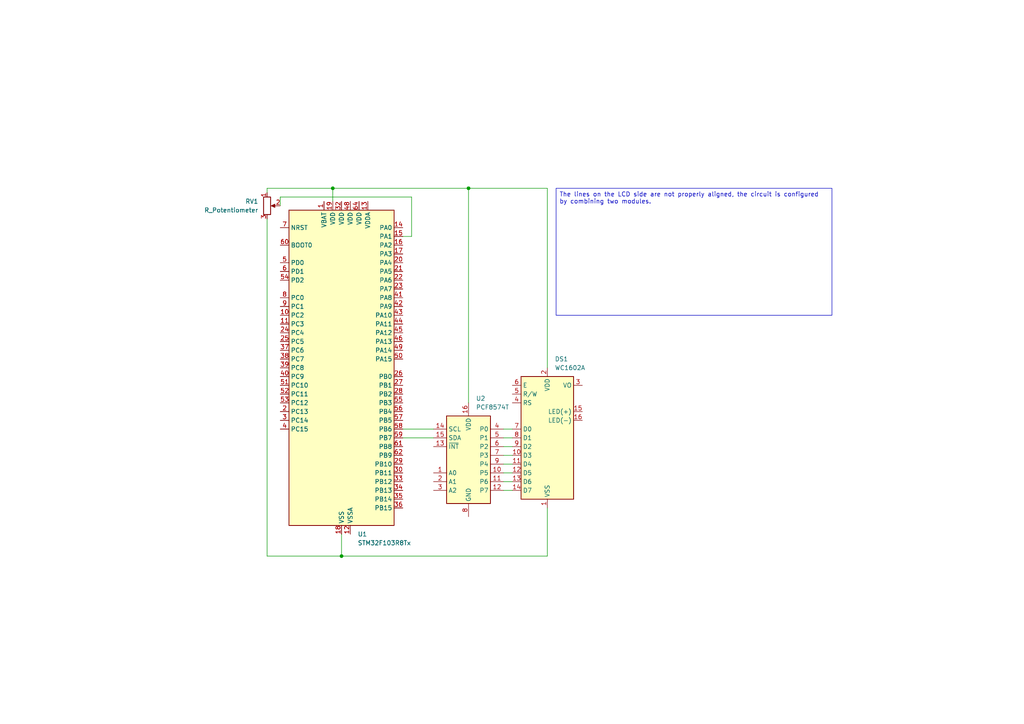
<source format=kicad_sch>
(kicad_sch
	(version 20250114)
	(generator "eeschema")
	(generator_version "9.0")
	(uuid "79974295-d777-44d5-9fb7-f0fb39c6a79e")
	(paper "A4")
	(lib_symbols
		(symbol "Device:R_Potentiometer"
			(pin_names
				(offset 1.016)
				(hide yes)
			)
			(exclude_from_sim no)
			(in_bom yes)
			(on_board yes)
			(property "Reference" "RV"
				(at -4.445 0 90)
				(effects
					(font
						(size 1.27 1.27)
					)
				)
			)
			(property "Value" "R_Potentiometer"
				(at -2.54 0 90)
				(effects
					(font
						(size 1.27 1.27)
					)
				)
			)
			(property "Footprint" ""
				(at 0 0 0)
				(effects
					(font
						(size 1.27 1.27)
					)
					(hide yes)
				)
			)
			(property "Datasheet" "~"
				(at 0 0 0)
				(effects
					(font
						(size 1.27 1.27)
					)
					(hide yes)
				)
			)
			(property "Description" "Potentiometer"
				(at 0 0 0)
				(effects
					(font
						(size 1.27 1.27)
					)
					(hide yes)
				)
			)
			(property "ki_keywords" "resistor variable"
				(at 0 0 0)
				(effects
					(font
						(size 1.27 1.27)
					)
					(hide yes)
				)
			)
			(property "ki_fp_filters" "Potentiometer*"
				(at 0 0 0)
				(effects
					(font
						(size 1.27 1.27)
					)
					(hide yes)
				)
			)
			(symbol "R_Potentiometer_0_1"
				(rectangle
					(start 1.016 2.54)
					(end -1.016 -2.54)
					(stroke
						(width 0.254)
						(type default)
					)
					(fill
						(type none)
					)
				)
				(polyline
					(pts
						(xy 1.143 0) (xy 2.286 0.508) (xy 2.286 -0.508) (xy 1.143 0)
					)
					(stroke
						(width 0)
						(type default)
					)
					(fill
						(type outline)
					)
				)
				(polyline
					(pts
						(xy 2.54 0) (xy 1.524 0)
					)
					(stroke
						(width 0)
						(type default)
					)
					(fill
						(type none)
					)
				)
			)
			(symbol "R_Potentiometer_1_1"
				(pin passive line
					(at 0 3.81 270)
					(length 1.27)
					(name "1"
						(effects
							(font
								(size 1.27 1.27)
							)
						)
					)
					(number "1"
						(effects
							(font
								(size 1.27 1.27)
							)
						)
					)
				)
				(pin passive line
					(at 0 -3.81 90)
					(length 1.27)
					(name "3"
						(effects
							(font
								(size 1.27 1.27)
							)
						)
					)
					(number "3"
						(effects
							(font
								(size 1.27 1.27)
							)
						)
					)
				)
				(pin passive line
					(at 3.81 0 180)
					(length 1.27)
					(name "2"
						(effects
							(font
								(size 1.27 1.27)
							)
						)
					)
					(number "2"
						(effects
							(font
								(size 1.27 1.27)
							)
						)
					)
				)
			)
			(embedded_fonts no)
		)
		(symbol "Display_Character:WC1602A"
			(exclude_from_sim no)
			(in_bom yes)
			(on_board yes)
			(property "Reference" "DS"
				(at -5.842 19.05 0)
				(effects
					(font
						(size 1.27 1.27)
					)
				)
			)
			(property "Value" "WC1602A"
				(at 5.334 19.05 0)
				(effects
					(font
						(size 1.27 1.27)
					)
				)
			)
			(property "Footprint" "Display:WC1602A"
				(at 0 -22.86 0)
				(effects
					(font
						(size 1.27 1.27)
						(italic yes)
					)
					(hide yes)
				)
			)
			(property "Datasheet" "http://www.wincomlcd.com/pdf/WC1602A-SFYLYHTC06.pdf"
				(at 17.78 0 0)
				(effects
					(font
						(size 1.27 1.27)
					)
					(hide yes)
				)
			)
			(property "Description" "LCD 16x2 Alphanumeric , 8 bit parallel bus, 5V VDD"
				(at 0 0 0)
				(effects
					(font
						(size 1.27 1.27)
					)
					(hide yes)
				)
			)
			(property "ki_keywords" "display LCD dot-matrix"
				(at 0 0 0)
				(effects
					(font
						(size 1.27 1.27)
					)
					(hide yes)
				)
			)
			(property "ki_fp_filters" "*WC*1602A*"
				(at 0 0 0)
				(effects
					(font
						(size 1.27 1.27)
					)
					(hide yes)
				)
			)
			(symbol "WC1602A_1_1"
				(rectangle
					(start -7.62 17.78)
					(end 7.62 -17.78)
					(stroke
						(width 0.254)
						(type default)
					)
					(fill
						(type background)
					)
				)
				(pin input line
					(at -10.16 15.24 0)
					(length 2.54)
					(name "E"
						(effects
							(font
								(size 1.27 1.27)
							)
						)
					)
					(number "6"
						(effects
							(font
								(size 1.27 1.27)
							)
						)
					)
				)
				(pin input line
					(at -10.16 12.7 0)
					(length 2.54)
					(name "R/W"
						(effects
							(font
								(size 1.27 1.27)
							)
						)
					)
					(number "5"
						(effects
							(font
								(size 1.27 1.27)
							)
						)
					)
				)
				(pin input line
					(at -10.16 10.16 0)
					(length 2.54)
					(name "RS"
						(effects
							(font
								(size 1.27 1.27)
							)
						)
					)
					(number "4"
						(effects
							(font
								(size 1.27 1.27)
							)
						)
					)
				)
				(pin input line
					(at -10.16 2.54 0)
					(length 2.54)
					(name "D0"
						(effects
							(font
								(size 1.27 1.27)
							)
						)
					)
					(number "7"
						(effects
							(font
								(size 1.27 1.27)
							)
						)
					)
				)
				(pin input line
					(at -10.16 0 0)
					(length 2.54)
					(name "D1"
						(effects
							(font
								(size 1.27 1.27)
							)
						)
					)
					(number "8"
						(effects
							(font
								(size 1.27 1.27)
							)
						)
					)
				)
				(pin input line
					(at -10.16 -2.54 0)
					(length 2.54)
					(name "D2"
						(effects
							(font
								(size 1.27 1.27)
							)
						)
					)
					(number "9"
						(effects
							(font
								(size 1.27 1.27)
							)
						)
					)
				)
				(pin input line
					(at -10.16 -5.08 0)
					(length 2.54)
					(name "D3"
						(effects
							(font
								(size 1.27 1.27)
							)
						)
					)
					(number "10"
						(effects
							(font
								(size 1.27 1.27)
							)
						)
					)
				)
				(pin input line
					(at -10.16 -7.62 0)
					(length 2.54)
					(name "D4"
						(effects
							(font
								(size 1.27 1.27)
							)
						)
					)
					(number "11"
						(effects
							(font
								(size 1.27 1.27)
							)
						)
					)
				)
				(pin input line
					(at -10.16 -10.16 0)
					(length 2.54)
					(name "D5"
						(effects
							(font
								(size 1.27 1.27)
							)
						)
					)
					(number "12"
						(effects
							(font
								(size 1.27 1.27)
							)
						)
					)
				)
				(pin input line
					(at -10.16 -12.7 0)
					(length 2.54)
					(name "D6"
						(effects
							(font
								(size 1.27 1.27)
							)
						)
					)
					(number "13"
						(effects
							(font
								(size 1.27 1.27)
							)
						)
					)
				)
				(pin input line
					(at -10.16 -15.24 0)
					(length 2.54)
					(name "D7"
						(effects
							(font
								(size 1.27 1.27)
							)
						)
					)
					(number "14"
						(effects
							(font
								(size 1.27 1.27)
							)
						)
					)
				)
				(pin power_in line
					(at 0 20.32 270)
					(length 2.54)
					(name "VDD"
						(effects
							(font
								(size 1.27 1.27)
							)
						)
					)
					(number "2"
						(effects
							(font
								(size 1.27 1.27)
							)
						)
					)
				)
				(pin power_in line
					(at 0 -20.32 90)
					(length 2.54)
					(name "VSS"
						(effects
							(font
								(size 1.27 1.27)
							)
						)
					)
					(number "1"
						(effects
							(font
								(size 1.27 1.27)
							)
						)
					)
				)
				(pin input line
					(at 10.16 15.24 180)
					(length 2.54)
					(name "VO"
						(effects
							(font
								(size 1.27 1.27)
							)
						)
					)
					(number "3"
						(effects
							(font
								(size 1.27 1.27)
							)
						)
					)
				)
				(pin power_in line
					(at 10.16 7.62 180)
					(length 2.54)
					(name "LED(+)"
						(effects
							(font
								(size 1.27 1.27)
							)
						)
					)
					(number "15"
						(effects
							(font
								(size 1.27 1.27)
							)
						)
					)
				)
				(pin power_in line
					(at 10.16 5.08 180)
					(length 2.54)
					(name "LED(-)"
						(effects
							(font
								(size 1.27 1.27)
							)
						)
					)
					(number "16"
						(effects
							(font
								(size 1.27 1.27)
							)
						)
					)
				)
			)
			(embedded_fonts no)
		)
		(symbol "Interface_Expansion:PCF8574T"
			(exclude_from_sim no)
			(in_bom yes)
			(on_board yes)
			(property "Reference" "U"
				(at -6.35 12.954 0)
				(effects
					(font
						(size 1.27 1.27)
					)
					(justify left)
				)
			)
			(property "Value" "PCF8574T"
				(at 3.048 12.954 0)
				(effects
					(font
						(size 1.27 1.27)
					)
					(justify left)
				)
			)
			(property "Footprint" "Package_SO:SOIC-16W_7.5x10.3mm_P1.27mm"
				(at 0 0 0)
				(effects
					(font
						(size 1.27 1.27)
					)
					(hide yes)
				)
			)
			(property "Datasheet" "http://www.nxp.com/docs/en/data-sheet/PCF8574_PCF8574A.pdf"
				(at 0 0 0)
				(effects
					(font
						(size 1.27 1.27)
					)
					(hide yes)
				)
			)
			(property "Description" "8 Bit Port/Expander to I2C Bus, fixed address bits 0b0100, SOIC-16"
				(at 0 0 0)
				(effects
					(font
						(size 1.27 1.27)
					)
					(hide yes)
				)
			)
			(property "ki_keywords" "I2C Expander"
				(at 0 0 0)
				(effects
					(font
						(size 1.27 1.27)
					)
					(hide yes)
				)
			)
			(property "ki_fp_filters" "SOIC*7.5x10.3mm*P1.27mm*"
				(at 0 0 0)
				(effects
					(font
						(size 1.27 1.27)
					)
					(hide yes)
				)
			)
			(symbol "PCF8574T_0_1"
				(rectangle
					(start -6.35 -13.97)
					(end 6.35 11.43)
					(stroke
						(width 0.254)
						(type default)
					)
					(fill
						(type background)
					)
				)
			)
			(symbol "PCF8574T_1_1"
				(pin input line
					(at -10.16 7.62 0)
					(length 3.81)
					(name "SCL"
						(effects
							(font
								(size 1.27 1.27)
							)
						)
					)
					(number "14"
						(effects
							(font
								(size 1.27 1.27)
							)
						)
					)
				)
				(pin bidirectional line
					(at -10.16 5.08 0)
					(length 3.81)
					(name "SDA"
						(effects
							(font
								(size 1.27 1.27)
							)
						)
					)
					(number "15"
						(effects
							(font
								(size 1.27 1.27)
							)
						)
					)
				)
				(pin open_collector line
					(at -10.16 2.54 0)
					(length 3.81)
					(name "~{INT}"
						(effects
							(font
								(size 1.27 1.27)
							)
						)
					)
					(number "13"
						(effects
							(font
								(size 1.27 1.27)
							)
						)
					)
				)
				(pin input line
					(at -10.16 -5.08 0)
					(length 3.81)
					(name "A0"
						(effects
							(font
								(size 1.27 1.27)
							)
						)
					)
					(number "1"
						(effects
							(font
								(size 1.27 1.27)
							)
						)
					)
				)
				(pin input line
					(at -10.16 -7.62 0)
					(length 3.81)
					(name "A1"
						(effects
							(font
								(size 1.27 1.27)
							)
						)
					)
					(number "2"
						(effects
							(font
								(size 1.27 1.27)
							)
						)
					)
				)
				(pin input line
					(at -10.16 -10.16 0)
					(length 3.81)
					(name "A2"
						(effects
							(font
								(size 1.27 1.27)
							)
						)
					)
					(number "3"
						(effects
							(font
								(size 1.27 1.27)
							)
						)
					)
				)
				(pin power_in line
					(at 0 15.24 270)
					(length 3.81)
					(name "VDD"
						(effects
							(font
								(size 1.27 1.27)
							)
						)
					)
					(number "16"
						(effects
							(font
								(size 1.27 1.27)
							)
						)
					)
				)
				(pin power_in line
					(at 0 -17.78 90)
					(length 3.81)
					(name "GND"
						(effects
							(font
								(size 1.27 1.27)
							)
						)
					)
					(number "8"
						(effects
							(font
								(size 1.27 1.27)
							)
						)
					)
				)
				(pin bidirectional line
					(at 10.16 7.62 180)
					(length 3.81)
					(name "P0"
						(effects
							(font
								(size 1.27 1.27)
							)
						)
					)
					(number "4"
						(effects
							(font
								(size 1.27 1.27)
							)
						)
					)
				)
				(pin bidirectional line
					(at 10.16 5.08 180)
					(length 3.81)
					(name "P1"
						(effects
							(font
								(size 1.27 1.27)
							)
						)
					)
					(number "5"
						(effects
							(font
								(size 1.27 1.27)
							)
						)
					)
				)
				(pin bidirectional line
					(at 10.16 2.54 180)
					(length 3.81)
					(name "P2"
						(effects
							(font
								(size 1.27 1.27)
							)
						)
					)
					(number "6"
						(effects
							(font
								(size 1.27 1.27)
							)
						)
					)
				)
				(pin bidirectional line
					(at 10.16 0 180)
					(length 3.81)
					(name "P3"
						(effects
							(font
								(size 1.27 1.27)
							)
						)
					)
					(number "7"
						(effects
							(font
								(size 1.27 1.27)
							)
						)
					)
				)
				(pin bidirectional line
					(at 10.16 -2.54 180)
					(length 3.81)
					(name "P4"
						(effects
							(font
								(size 1.27 1.27)
							)
						)
					)
					(number "9"
						(effects
							(font
								(size 1.27 1.27)
							)
						)
					)
				)
				(pin bidirectional line
					(at 10.16 -5.08 180)
					(length 3.81)
					(name "P5"
						(effects
							(font
								(size 1.27 1.27)
							)
						)
					)
					(number "10"
						(effects
							(font
								(size 1.27 1.27)
							)
						)
					)
				)
				(pin bidirectional line
					(at 10.16 -7.62 180)
					(length 3.81)
					(name "P6"
						(effects
							(font
								(size 1.27 1.27)
							)
						)
					)
					(number "11"
						(effects
							(font
								(size 1.27 1.27)
							)
						)
					)
				)
				(pin bidirectional line
					(at 10.16 -10.16 180)
					(length 3.81)
					(name "P7"
						(effects
							(font
								(size 1.27 1.27)
							)
						)
					)
					(number "12"
						(effects
							(font
								(size 1.27 1.27)
							)
						)
					)
				)
			)
			(embedded_fonts no)
		)
		(symbol "MCU_ST_STM32F1:STM32F103R8Tx"
			(exclude_from_sim no)
			(in_bom yes)
			(on_board yes)
			(property "Reference" "U"
				(at -15.24 46.99 0)
				(effects
					(font
						(size 1.27 1.27)
					)
					(justify left)
				)
			)
			(property "Value" "STM32F103R8Tx"
				(at 10.16 46.99 0)
				(effects
					(font
						(size 1.27 1.27)
					)
					(justify left)
				)
			)
			(property "Footprint" "Package_QFP:LQFP-64_10x10mm_P0.5mm"
				(at -15.24 -45.72 0)
				(effects
					(font
						(size 1.27 1.27)
					)
					(justify right)
					(hide yes)
				)
			)
			(property "Datasheet" "https://www.st.com/resource/en/datasheet/stm32f103r8.pdf"
				(at 0 0 0)
				(effects
					(font
						(size 1.27 1.27)
					)
					(hide yes)
				)
			)
			(property "Description" "STMicroelectronics Arm Cortex-M3 MCU, 64KB flash, 20KB RAM, 72 MHz, 2.0-3.6V, 51 GPIO, LQFP64"
				(at 0 0 0)
				(effects
					(font
						(size 1.27 1.27)
					)
					(hide yes)
				)
			)
			(property "ki_keywords" "Arm Cortex-M3 STM32F1 STM32F103"
				(at 0 0 0)
				(effects
					(font
						(size 1.27 1.27)
					)
					(hide yes)
				)
			)
			(property "ki_fp_filters" "LQFP*10x10mm*P0.5mm*"
				(at 0 0 0)
				(effects
					(font
						(size 1.27 1.27)
					)
					(hide yes)
				)
			)
			(symbol "STM32F103R8Tx_0_1"
				(rectangle
					(start -15.24 -45.72)
					(end 15.24 45.72)
					(stroke
						(width 0.254)
						(type default)
					)
					(fill
						(type background)
					)
				)
			)
			(symbol "STM32F103R8Tx_1_1"
				(pin input line
					(at -17.78 40.64 0)
					(length 2.54)
					(name "NRST"
						(effects
							(font
								(size 1.27 1.27)
							)
						)
					)
					(number "7"
						(effects
							(font
								(size 1.27 1.27)
							)
						)
					)
				)
				(pin input line
					(at -17.78 35.56 0)
					(length 2.54)
					(name "BOOT0"
						(effects
							(font
								(size 1.27 1.27)
							)
						)
					)
					(number "60"
						(effects
							(font
								(size 1.27 1.27)
							)
						)
					)
				)
				(pin bidirectional line
					(at -17.78 30.48 0)
					(length 2.54)
					(name "PD0"
						(effects
							(font
								(size 1.27 1.27)
							)
						)
					)
					(number "5"
						(effects
							(font
								(size 1.27 1.27)
							)
						)
					)
					(alternate "RCC_OSC_IN" bidirectional line)
				)
				(pin bidirectional line
					(at -17.78 27.94 0)
					(length 2.54)
					(name "PD1"
						(effects
							(font
								(size 1.27 1.27)
							)
						)
					)
					(number "6"
						(effects
							(font
								(size 1.27 1.27)
							)
						)
					)
					(alternate "RCC_OSC_OUT" bidirectional line)
				)
				(pin bidirectional line
					(at -17.78 25.4 0)
					(length 2.54)
					(name "PD2"
						(effects
							(font
								(size 1.27 1.27)
							)
						)
					)
					(number "54"
						(effects
							(font
								(size 1.27 1.27)
							)
						)
					)
					(alternate "TIM3_ETR" bidirectional line)
				)
				(pin bidirectional line
					(at -17.78 20.32 0)
					(length 2.54)
					(name "PC0"
						(effects
							(font
								(size 1.27 1.27)
							)
						)
					)
					(number "8"
						(effects
							(font
								(size 1.27 1.27)
							)
						)
					)
					(alternate "ADC1_IN10" bidirectional line)
					(alternate "ADC2_IN10" bidirectional line)
				)
				(pin bidirectional line
					(at -17.78 17.78 0)
					(length 2.54)
					(name "PC1"
						(effects
							(font
								(size 1.27 1.27)
							)
						)
					)
					(number "9"
						(effects
							(font
								(size 1.27 1.27)
							)
						)
					)
					(alternate "ADC1_IN11" bidirectional line)
					(alternate "ADC2_IN11" bidirectional line)
				)
				(pin bidirectional line
					(at -17.78 15.24 0)
					(length 2.54)
					(name "PC2"
						(effects
							(font
								(size 1.27 1.27)
							)
						)
					)
					(number "10"
						(effects
							(font
								(size 1.27 1.27)
							)
						)
					)
					(alternate "ADC1_IN12" bidirectional line)
					(alternate "ADC2_IN12" bidirectional line)
				)
				(pin bidirectional line
					(at -17.78 12.7 0)
					(length 2.54)
					(name "PC3"
						(effects
							(font
								(size 1.27 1.27)
							)
						)
					)
					(number "11"
						(effects
							(font
								(size 1.27 1.27)
							)
						)
					)
					(alternate "ADC1_IN13" bidirectional line)
					(alternate "ADC2_IN13" bidirectional line)
				)
				(pin bidirectional line
					(at -17.78 10.16 0)
					(length 2.54)
					(name "PC4"
						(effects
							(font
								(size 1.27 1.27)
							)
						)
					)
					(number "24"
						(effects
							(font
								(size 1.27 1.27)
							)
						)
					)
					(alternate "ADC1_IN14" bidirectional line)
					(alternate "ADC2_IN14" bidirectional line)
				)
				(pin bidirectional line
					(at -17.78 7.62 0)
					(length 2.54)
					(name "PC5"
						(effects
							(font
								(size 1.27 1.27)
							)
						)
					)
					(number "25"
						(effects
							(font
								(size 1.27 1.27)
							)
						)
					)
					(alternate "ADC1_IN15" bidirectional line)
					(alternate "ADC2_IN15" bidirectional line)
				)
				(pin bidirectional line
					(at -17.78 5.08 0)
					(length 2.54)
					(name "PC6"
						(effects
							(font
								(size 1.27 1.27)
							)
						)
					)
					(number "37"
						(effects
							(font
								(size 1.27 1.27)
							)
						)
					)
					(alternate "TIM3_CH1" bidirectional line)
				)
				(pin bidirectional line
					(at -17.78 2.54 0)
					(length 2.54)
					(name "PC7"
						(effects
							(font
								(size 1.27 1.27)
							)
						)
					)
					(number "38"
						(effects
							(font
								(size 1.27 1.27)
							)
						)
					)
					(alternate "TIM3_CH2" bidirectional line)
				)
				(pin bidirectional line
					(at -17.78 0 0)
					(length 2.54)
					(name "PC8"
						(effects
							(font
								(size 1.27 1.27)
							)
						)
					)
					(number "39"
						(effects
							(font
								(size 1.27 1.27)
							)
						)
					)
					(alternate "TIM3_CH3" bidirectional line)
				)
				(pin bidirectional line
					(at -17.78 -2.54 0)
					(length 2.54)
					(name "PC9"
						(effects
							(font
								(size 1.27 1.27)
							)
						)
					)
					(number "40"
						(effects
							(font
								(size 1.27 1.27)
							)
						)
					)
					(alternate "TIM3_CH4" bidirectional line)
				)
				(pin bidirectional line
					(at -17.78 -5.08 0)
					(length 2.54)
					(name "PC10"
						(effects
							(font
								(size 1.27 1.27)
							)
						)
					)
					(number "51"
						(effects
							(font
								(size 1.27 1.27)
							)
						)
					)
					(alternate "USART3_TX" bidirectional line)
				)
				(pin bidirectional line
					(at -17.78 -7.62 0)
					(length 2.54)
					(name "PC11"
						(effects
							(font
								(size 1.27 1.27)
							)
						)
					)
					(number "52"
						(effects
							(font
								(size 1.27 1.27)
							)
						)
					)
					(alternate "ADC1_EXTI11" bidirectional line)
					(alternate "ADC2_EXTI11" bidirectional line)
					(alternate "USART3_RX" bidirectional line)
				)
				(pin bidirectional line
					(at -17.78 -10.16 0)
					(length 2.54)
					(name "PC12"
						(effects
							(font
								(size 1.27 1.27)
							)
						)
					)
					(number "53"
						(effects
							(font
								(size 1.27 1.27)
							)
						)
					)
					(alternate "USART3_CK" bidirectional line)
				)
				(pin bidirectional line
					(at -17.78 -12.7 0)
					(length 2.54)
					(name "PC13"
						(effects
							(font
								(size 1.27 1.27)
							)
						)
					)
					(number "2"
						(effects
							(font
								(size 1.27 1.27)
							)
						)
					)
					(alternate "RTC_OUT" bidirectional line)
					(alternate "RTC_TAMPER" bidirectional line)
				)
				(pin bidirectional line
					(at -17.78 -15.24 0)
					(length 2.54)
					(name "PC14"
						(effects
							(font
								(size 1.27 1.27)
							)
						)
					)
					(number "3"
						(effects
							(font
								(size 1.27 1.27)
							)
						)
					)
					(alternate "RCC_OSC32_IN" bidirectional line)
				)
				(pin bidirectional line
					(at -17.78 -17.78 0)
					(length 2.54)
					(name "PC15"
						(effects
							(font
								(size 1.27 1.27)
							)
						)
					)
					(number "4"
						(effects
							(font
								(size 1.27 1.27)
							)
						)
					)
					(alternate "ADC1_EXTI15" bidirectional line)
					(alternate "ADC2_EXTI15" bidirectional line)
					(alternate "RCC_OSC32_OUT" bidirectional line)
				)
				(pin power_in line
					(at -5.08 48.26 270)
					(length 2.54)
					(name "VBAT"
						(effects
							(font
								(size 1.27 1.27)
							)
						)
					)
					(number "1"
						(effects
							(font
								(size 1.27 1.27)
							)
						)
					)
				)
				(pin power_in line
					(at -2.54 48.26 270)
					(length 2.54)
					(name "VDD"
						(effects
							(font
								(size 1.27 1.27)
							)
						)
					)
					(number "19"
						(effects
							(font
								(size 1.27 1.27)
							)
						)
					)
				)
				(pin power_in line
					(at 0 48.26 270)
					(length 2.54)
					(name "VDD"
						(effects
							(font
								(size 1.27 1.27)
							)
						)
					)
					(number "32"
						(effects
							(font
								(size 1.27 1.27)
							)
						)
					)
				)
				(pin power_in line
					(at 0 -48.26 90)
					(length 2.54)
					(name "VSS"
						(effects
							(font
								(size 1.27 1.27)
							)
						)
					)
					(number "18"
						(effects
							(font
								(size 1.27 1.27)
							)
						)
					)
				)
				(pin passive line
					(at 0 -48.26 90)
					(length 2.54)
					(hide yes)
					(name "VSS"
						(effects
							(font
								(size 1.27 1.27)
							)
						)
					)
					(number "31"
						(effects
							(font
								(size 1.27 1.27)
							)
						)
					)
				)
				(pin passive line
					(at 0 -48.26 90)
					(length 2.54)
					(hide yes)
					(name "VSS"
						(effects
							(font
								(size 1.27 1.27)
							)
						)
					)
					(number "47"
						(effects
							(font
								(size 1.27 1.27)
							)
						)
					)
				)
				(pin passive line
					(at 0 -48.26 90)
					(length 2.54)
					(hide yes)
					(name "VSS"
						(effects
							(font
								(size 1.27 1.27)
							)
						)
					)
					(number "63"
						(effects
							(font
								(size 1.27 1.27)
							)
						)
					)
				)
				(pin power_in line
					(at 2.54 48.26 270)
					(length 2.54)
					(name "VDD"
						(effects
							(font
								(size 1.27 1.27)
							)
						)
					)
					(number "48"
						(effects
							(font
								(size 1.27 1.27)
							)
						)
					)
				)
				(pin power_in line
					(at 2.54 -48.26 90)
					(length 2.54)
					(name "VSSA"
						(effects
							(font
								(size 1.27 1.27)
							)
						)
					)
					(number "12"
						(effects
							(font
								(size 1.27 1.27)
							)
						)
					)
				)
				(pin power_in line
					(at 5.08 48.26 270)
					(length 2.54)
					(name "VDD"
						(effects
							(font
								(size 1.27 1.27)
							)
						)
					)
					(number "64"
						(effects
							(font
								(size 1.27 1.27)
							)
						)
					)
				)
				(pin power_in line
					(at 7.62 48.26 270)
					(length 2.54)
					(name "VDDA"
						(effects
							(font
								(size 1.27 1.27)
							)
						)
					)
					(number "13"
						(effects
							(font
								(size 1.27 1.27)
							)
						)
					)
				)
				(pin bidirectional line
					(at 17.78 40.64 180)
					(length 2.54)
					(name "PA0"
						(effects
							(font
								(size 1.27 1.27)
							)
						)
					)
					(number "14"
						(effects
							(font
								(size 1.27 1.27)
							)
						)
					)
					(alternate "ADC1_IN0" bidirectional line)
					(alternate "ADC2_IN0" bidirectional line)
					(alternate "SYS_WKUP" bidirectional line)
					(alternate "TIM2_CH1" bidirectional line)
					(alternate "TIM2_ETR" bidirectional line)
					(alternate "USART2_CTS" bidirectional line)
				)
				(pin bidirectional line
					(at 17.78 38.1 180)
					(length 2.54)
					(name "PA1"
						(effects
							(font
								(size 1.27 1.27)
							)
						)
					)
					(number "15"
						(effects
							(font
								(size 1.27 1.27)
							)
						)
					)
					(alternate "ADC1_IN1" bidirectional line)
					(alternate "ADC2_IN1" bidirectional line)
					(alternate "TIM2_CH2" bidirectional line)
					(alternate "USART2_RTS" bidirectional line)
				)
				(pin bidirectional line
					(at 17.78 35.56 180)
					(length 2.54)
					(name "PA2"
						(effects
							(font
								(size 1.27 1.27)
							)
						)
					)
					(number "16"
						(effects
							(font
								(size 1.27 1.27)
							)
						)
					)
					(alternate "ADC1_IN2" bidirectional line)
					(alternate "ADC2_IN2" bidirectional line)
					(alternate "TIM2_CH3" bidirectional line)
					(alternate "USART2_TX" bidirectional line)
				)
				(pin bidirectional line
					(at 17.78 33.02 180)
					(length 2.54)
					(name "PA3"
						(effects
							(font
								(size 1.27 1.27)
							)
						)
					)
					(number "17"
						(effects
							(font
								(size 1.27 1.27)
							)
						)
					)
					(alternate "ADC1_IN3" bidirectional line)
					(alternate "ADC2_IN3" bidirectional line)
					(alternate "TIM2_CH4" bidirectional line)
					(alternate "USART2_RX" bidirectional line)
				)
				(pin bidirectional line
					(at 17.78 30.48 180)
					(length 2.54)
					(name "PA4"
						(effects
							(font
								(size 1.27 1.27)
							)
						)
					)
					(number "20"
						(effects
							(font
								(size 1.27 1.27)
							)
						)
					)
					(alternate "ADC1_IN4" bidirectional line)
					(alternate "ADC2_IN4" bidirectional line)
					(alternate "SPI1_NSS" bidirectional line)
					(alternate "USART2_CK" bidirectional line)
				)
				(pin bidirectional line
					(at 17.78 27.94 180)
					(length 2.54)
					(name "PA5"
						(effects
							(font
								(size 1.27 1.27)
							)
						)
					)
					(number "21"
						(effects
							(font
								(size 1.27 1.27)
							)
						)
					)
					(alternate "ADC1_IN5" bidirectional line)
					(alternate "ADC2_IN5" bidirectional line)
					(alternate "SPI1_SCK" bidirectional line)
				)
				(pin bidirectional line
					(at 17.78 25.4 180)
					(length 2.54)
					(name "PA6"
						(effects
							(font
								(size 1.27 1.27)
							)
						)
					)
					(number "22"
						(effects
							(font
								(size 1.27 1.27)
							)
						)
					)
					(alternate "ADC1_IN6" bidirectional line)
					(alternate "ADC2_IN6" bidirectional line)
					(alternate "SPI1_MISO" bidirectional line)
					(alternate "TIM1_BKIN" bidirectional line)
					(alternate "TIM3_CH1" bidirectional line)
				)
				(pin bidirectional line
					(at 17.78 22.86 180)
					(length 2.54)
					(name "PA7"
						(effects
							(font
								(size 1.27 1.27)
							)
						)
					)
					(number "23"
						(effects
							(font
								(size 1.27 1.27)
							)
						)
					)
					(alternate "ADC1_IN7" bidirectional line)
					(alternate "ADC2_IN7" bidirectional line)
					(alternate "SPI1_MOSI" bidirectional line)
					(alternate "TIM1_CH1N" bidirectional line)
					(alternate "TIM3_CH2" bidirectional line)
				)
				(pin bidirectional line
					(at 17.78 20.32 180)
					(length 2.54)
					(name "PA8"
						(effects
							(font
								(size 1.27 1.27)
							)
						)
					)
					(number "41"
						(effects
							(font
								(size 1.27 1.27)
							)
						)
					)
					(alternate "RCC_MCO" bidirectional line)
					(alternate "TIM1_CH1" bidirectional line)
					(alternate "USART1_CK" bidirectional line)
				)
				(pin bidirectional line
					(at 17.78 17.78 180)
					(length 2.54)
					(name "PA9"
						(effects
							(font
								(size 1.27 1.27)
							)
						)
					)
					(number "42"
						(effects
							(font
								(size 1.27 1.27)
							)
						)
					)
					(alternate "TIM1_CH2" bidirectional line)
					(alternate "USART1_TX" bidirectional line)
				)
				(pin bidirectional line
					(at 17.78 15.24 180)
					(length 2.54)
					(name "PA10"
						(effects
							(font
								(size 1.27 1.27)
							)
						)
					)
					(number "43"
						(effects
							(font
								(size 1.27 1.27)
							)
						)
					)
					(alternate "TIM1_CH3" bidirectional line)
					(alternate "USART1_RX" bidirectional line)
				)
				(pin bidirectional line
					(at 17.78 12.7 180)
					(length 2.54)
					(name "PA11"
						(effects
							(font
								(size 1.27 1.27)
							)
						)
					)
					(number "44"
						(effects
							(font
								(size 1.27 1.27)
							)
						)
					)
					(alternate "ADC1_EXTI11" bidirectional line)
					(alternate "ADC2_EXTI11" bidirectional line)
					(alternate "CAN_RX" bidirectional line)
					(alternate "TIM1_CH4" bidirectional line)
					(alternate "USART1_CTS" bidirectional line)
					(alternate "USB_DM" bidirectional line)
				)
				(pin bidirectional line
					(at 17.78 10.16 180)
					(length 2.54)
					(name "PA12"
						(effects
							(font
								(size 1.27 1.27)
							)
						)
					)
					(number "45"
						(effects
							(font
								(size 1.27 1.27)
							)
						)
					)
					(alternate "CAN_TX" bidirectional line)
					(alternate "TIM1_ETR" bidirectional line)
					(alternate "USART1_RTS" bidirectional line)
					(alternate "USB_DP" bidirectional line)
				)
				(pin bidirectional line
					(at 17.78 7.62 180)
					(length 2.54)
					(name "PA13"
						(effects
							(font
								(size 1.27 1.27)
							)
						)
					)
					(number "46"
						(effects
							(font
								(size 1.27 1.27)
							)
						)
					)
					(alternate "SYS_JTMS-SWDIO" bidirectional line)
				)
				(pin bidirectional line
					(at 17.78 5.08 180)
					(length 2.54)
					(name "PA14"
						(effects
							(font
								(size 1.27 1.27)
							)
						)
					)
					(number "49"
						(effects
							(font
								(size 1.27 1.27)
							)
						)
					)
					(alternate "SYS_JTCK-SWCLK" bidirectional line)
				)
				(pin bidirectional line
					(at 17.78 2.54 180)
					(length 2.54)
					(name "PA15"
						(effects
							(font
								(size 1.27 1.27)
							)
						)
					)
					(number "50"
						(effects
							(font
								(size 1.27 1.27)
							)
						)
					)
					(alternate "ADC1_EXTI15" bidirectional line)
					(alternate "ADC2_EXTI15" bidirectional line)
					(alternate "SPI1_NSS" bidirectional line)
					(alternate "SYS_JTDI" bidirectional line)
					(alternate "TIM2_CH1" bidirectional line)
					(alternate "TIM2_ETR" bidirectional line)
				)
				(pin bidirectional line
					(at 17.78 -2.54 180)
					(length 2.54)
					(name "PB0"
						(effects
							(font
								(size 1.27 1.27)
							)
						)
					)
					(number "26"
						(effects
							(font
								(size 1.27 1.27)
							)
						)
					)
					(alternate "ADC1_IN8" bidirectional line)
					(alternate "ADC2_IN8" bidirectional line)
					(alternate "TIM1_CH2N" bidirectional line)
					(alternate "TIM3_CH3" bidirectional line)
				)
				(pin bidirectional line
					(at 17.78 -5.08 180)
					(length 2.54)
					(name "PB1"
						(effects
							(font
								(size 1.27 1.27)
							)
						)
					)
					(number "27"
						(effects
							(font
								(size 1.27 1.27)
							)
						)
					)
					(alternate "ADC1_IN9" bidirectional line)
					(alternate "ADC2_IN9" bidirectional line)
					(alternate "TIM1_CH3N" bidirectional line)
					(alternate "TIM3_CH4" bidirectional line)
				)
				(pin bidirectional line
					(at 17.78 -7.62 180)
					(length 2.54)
					(name "PB2"
						(effects
							(font
								(size 1.27 1.27)
							)
						)
					)
					(number "28"
						(effects
							(font
								(size 1.27 1.27)
							)
						)
					)
				)
				(pin bidirectional line
					(at 17.78 -10.16 180)
					(length 2.54)
					(name "PB3"
						(effects
							(font
								(size 1.27 1.27)
							)
						)
					)
					(number "55"
						(effects
							(font
								(size 1.27 1.27)
							)
						)
					)
					(alternate "SPI1_SCK" bidirectional line)
					(alternate "SYS_JTDO-TRACESWO" bidirectional line)
					(alternate "TIM2_CH2" bidirectional line)
				)
				(pin bidirectional line
					(at 17.78 -12.7 180)
					(length 2.54)
					(name "PB4"
						(effects
							(font
								(size 1.27 1.27)
							)
						)
					)
					(number "56"
						(effects
							(font
								(size 1.27 1.27)
							)
						)
					)
					(alternate "SPI1_MISO" bidirectional line)
					(alternate "SYS_NJTRST" bidirectional line)
					(alternate "TIM3_CH1" bidirectional line)
				)
				(pin bidirectional line
					(at 17.78 -15.24 180)
					(length 2.54)
					(name "PB5"
						(effects
							(font
								(size 1.27 1.27)
							)
						)
					)
					(number "57"
						(effects
							(font
								(size 1.27 1.27)
							)
						)
					)
					(alternate "I2C1_SMBA" bidirectional line)
					(alternate "SPI1_MOSI" bidirectional line)
					(alternate "TIM3_CH2" bidirectional line)
				)
				(pin bidirectional line
					(at 17.78 -17.78 180)
					(length 2.54)
					(name "PB6"
						(effects
							(font
								(size 1.27 1.27)
							)
						)
					)
					(number "58"
						(effects
							(font
								(size 1.27 1.27)
							)
						)
					)
					(alternate "I2C1_SCL" bidirectional line)
					(alternate "TIM4_CH1" bidirectional line)
					(alternate "USART1_TX" bidirectional line)
				)
				(pin bidirectional line
					(at 17.78 -20.32 180)
					(length 2.54)
					(name "PB7"
						(effects
							(font
								(size 1.27 1.27)
							)
						)
					)
					(number "59"
						(effects
							(font
								(size 1.27 1.27)
							)
						)
					)
					(alternate "I2C1_SDA" bidirectional line)
					(alternate "TIM4_CH2" bidirectional line)
					(alternate "USART1_RX" bidirectional line)
				)
				(pin bidirectional line
					(at 17.78 -22.86 180)
					(length 2.54)
					(name "PB8"
						(effects
							(font
								(size 1.27 1.27)
							)
						)
					)
					(number "61"
						(effects
							(font
								(size 1.27 1.27)
							)
						)
					)
					(alternate "CAN_RX" bidirectional line)
					(alternate "I2C1_SCL" bidirectional line)
					(alternate "TIM4_CH3" bidirectional line)
				)
				(pin bidirectional line
					(at 17.78 -25.4 180)
					(length 2.54)
					(name "PB9"
						(effects
							(font
								(size 1.27 1.27)
							)
						)
					)
					(number "62"
						(effects
							(font
								(size 1.27 1.27)
							)
						)
					)
					(alternate "CAN_TX" bidirectional line)
					(alternate "I2C1_SDA" bidirectional line)
					(alternate "TIM4_CH4" bidirectional line)
				)
				(pin bidirectional line
					(at 17.78 -27.94 180)
					(length 2.54)
					(name "PB10"
						(effects
							(font
								(size 1.27 1.27)
							)
						)
					)
					(number "29"
						(effects
							(font
								(size 1.27 1.27)
							)
						)
					)
					(alternate "I2C2_SCL" bidirectional line)
					(alternate "TIM2_CH3" bidirectional line)
					(alternate "USART3_TX" bidirectional line)
				)
				(pin bidirectional line
					(at 17.78 -30.48 180)
					(length 2.54)
					(name "PB11"
						(effects
							(font
								(size 1.27 1.27)
							)
						)
					)
					(number "30"
						(effects
							(font
								(size 1.27 1.27)
							)
						)
					)
					(alternate "ADC1_EXTI11" bidirectional line)
					(alternate "ADC2_EXTI11" bidirectional line)
					(alternate "I2C2_SDA" bidirectional line)
					(alternate "TIM2_CH4" bidirectional line)
					(alternate "USART3_RX" bidirectional line)
				)
				(pin bidirectional line
					(at 17.78 -33.02 180)
					(length 2.54)
					(name "PB12"
						(effects
							(font
								(size 1.27 1.27)
							)
						)
					)
					(number "33"
						(effects
							(font
								(size 1.27 1.27)
							)
						)
					)
					(alternate "I2C2_SMBA" bidirectional line)
					(alternate "SPI2_NSS" bidirectional line)
					(alternate "TIM1_BKIN" bidirectional line)
					(alternate "USART3_CK" bidirectional line)
				)
				(pin bidirectional line
					(at 17.78 -35.56 180)
					(length 2.54)
					(name "PB13"
						(effects
							(font
								(size 1.27 1.27)
							)
						)
					)
					(number "34"
						(effects
							(font
								(size 1.27 1.27)
							)
						)
					)
					(alternate "SPI2_SCK" bidirectional line)
					(alternate "TIM1_CH1N" bidirectional line)
					(alternate "USART3_CTS" bidirectional line)
				)
				(pin bidirectional line
					(at 17.78 -38.1 180)
					(length 2.54)
					(name "PB14"
						(effects
							(font
								(size 1.27 1.27)
							)
						)
					)
					(number "35"
						(effects
							(font
								(size 1.27 1.27)
							)
						)
					)
					(alternate "SPI2_MISO" bidirectional line)
					(alternate "TIM1_CH2N" bidirectional line)
					(alternate "USART3_RTS" bidirectional line)
				)
				(pin bidirectional line
					(at 17.78 -40.64 180)
					(length 2.54)
					(name "PB15"
						(effects
							(font
								(size 1.27 1.27)
							)
						)
					)
					(number "36"
						(effects
							(font
								(size 1.27 1.27)
							)
						)
					)
					(alternate "ADC1_EXTI15" bidirectional line)
					(alternate "ADC2_EXTI15" bidirectional line)
					(alternate "SPI2_MOSI" bidirectional line)
					(alternate "TIM1_CH3N" bidirectional line)
				)
			)
			(embedded_fonts no)
		)
	)
	(text_box "The lines on the LCD side are not properly aligned, the circuit is configured by combining two modules."
		(exclude_from_sim no)
		(at 161.29 54.61 0)
		(size 80.01 36.83)
		(margins 0.9525 0.9525 0.9525 0.9525)
		(stroke
			(width 0)
			(type solid)
		)
		(fill
			(type none)
		)
		(effects
			(font
				(size 1.27 1.27)
			)
			(justify left top)
		)
		(uuid "fb3d888d-4b9e-4b9b-aa01-5689185d44b0")
	)
	(junction
		(at 96.52 54.61)
		(diameter 0)
		(color 0 0 0 0)
		(uuid "86bab9f5-ad83-42e8-8391-38e9d8d5d285")
	)
	(junction
		(at 99.06 161.29)
		(diameter 0)
		(color 0 0 0 0)
		(uuid "a8cad45e-b843-48f8-9a64-2c6d348f2c6f")
	)
	(junction
		(at 135.89 54.61)
		(diameter 0)
		(color 0 0 0 0)
		(uuid "f3b5208d-adcb-42a2-a8a1-0e72820a9e6c")
	)
	(wire
		(pts
			(xy 146.05 137.16) (xy 148.59 137.16)
		)
		(stroke
			(width 0)
			(type default)
		)
		(uuid "01f5e2f4-4720-4caa-9b8b-b30a856fe20f")
	)
	(wire
		(pts
			(xy 77.47 54.61) (xy 96.52 54.61)
		)
		(stroke
			(width 0)
			(type default)
		)
		(uuid "06926ec7-75a4-476c-af9c-7bd042233aa5")
	)
	(wire
		(pts
			(xy 158.75 106.68) (xy 158.75 54.61)
		)
		(stroke
			(width 0)
			(type default)
		)
		(uuid "0e4e55c9-5116-4861-a5bb-212f2bc51f6e")
	)
	(wire
		(pts
			(xy 77.47 161.29) (xy 99.06 161.29)
		)
		(stroke
			(width 0)
			(type default)
		)
		(uuid "13b16afd-db71-434f-95fe-ddeda7302ead")
	)
	(wire
		(pts
			(xy 99.06 154.94) (xy 99.06 161.29)
		)
		(stroke
			(width 0)
			(type default)
		)
		(uuid "332f5ae6-96e2-4a4d-b634-407ad9327553")
	)
	(wire
		(pts
			(xy 146.05 139.7) (xy 148.59 139.7)
		)
		(stroke
			(width 0)
			(type default)
		)
		(uuid "34d6f262-34c4-4878-b780-1faa2c8ed7f8")
	)
	(wire
		(pts
			(xy 146.05 129.54) (xy 148.59 129.54)
		)
		(stroke
			(width 0)
			(type default)
		)
		(uuid "40756373-cd88-49a1-aa63-be15822e540b")
	)
	(wire
		(pts
			(xy 77.47 63.5) (xy 77.47 161.29)
		)
		(stroke
			(width 0)
			(type default)
		)
		(uuid "4b1220c8-ba18-45da-9c5a-63f1c343d3f6")
	)
	(wire
		(pts
			(xy 81.28 57.15) (xy 119.38 57.15)
		)
		(stroke
			(width 0)
			(type default)
		)
		(uuid "4d1c8404-cf0f-4ca9-897d-6c73fc4c0338")
	)
	(wire
		(pts
			(xy 146.05 132.08) (xy 148.59 132.08)
		)
		(stroke
			(width 0)
			(type default)
		)
		(uuid "567cae06-4da6-4a7b-be07-a30823e5e03a")
	)
	(wire
		(pts
			(xy 146.05 134.62) (xy 148.59 134.62)
		)
		(stroke
			(width 0)
			(type default)
		)
		(uuid "6e6aa8a4-0cfd-4fdd-be60-a9a3db458c1e")
	)
	(wire
		(pts
			(xy 158.75 161.29) (xy 99.06 161.29)
		)
		(stroke
			(width 0)
			(type default)
		)
		(uuid "75cbf1e7-2cfa-4509-b2f2-4a72d2f084c4")
	)
	(wire
		(pts
			(xy 96.52 54.61) (xy 135.89 54.61)
		)
		(stroke
			(width 0)
			(type default)
		)
		(uuid "77ba3ae1-969d-4e2d-af07-d7c55950385e")
	)
	(wire
		(pts
			(xy 77.47 55.88) (xy 77.47 54.61)
		)
		(stroke
			(width 0)
			(type default)
		)
		(uuid "7c94dadc-3674-4fab-be2c-e6df5aacfea2")
	)
	(wire
		(pts
			(xy 158.75 147.32) (xy 158.75 161.29)
		)
		(stroke
			(width 0)
			(type default)
		)
		(uuid "875fa154-5317-4a15-b640-dba05786e4ad")
	)
	(wire
		(pts
			(xy 135.89 54.61) (xy 158.75 54.61)
		)
		(stroke
			(width 0)
			(type default)
		)
		(uuid "8d120b4b-0777-4f5d-9d72-afd2c4675a04")
	)
	(wire
		(pts
			(xy 135.89 54.61) (xy 135.89 116.84)
		)
		(stroke
			(width 0)
			(type default)
		)
		(uuid "9d3bdb5f-e4bf-4137-a777-2ec97f1e29ae")
	)
	(wire
		(pts
			(xy 119.38 57.15) (xy 119.38 68.58)
		)
		(stroke
			(width 0)
			(type default)
		)
		(uuid "c264f938-80e6-4ea5-8dca-5593d2e32c26")
	)
	(wire
		(pts
			(xy 119.38 68.58) (xy 116.84 68.58)
		)
		(stroke
			(width 0)
			(type default)
		)
		(uuid "cb9bc9a2-fa0a-415c-a0e6-1cd4cd67f3db")
	)
	(wire
		(pts
			(xy 96.52 54.61) (xy 96.52 58.42)
		)
		(stroke
			(width 0)
			(type default)
		)
		(uuid "d8cb51a9-dbfb-4b83-88b4-0668d01c2dfc")
	)
	(wire
		(pts
			(xy 116.84 127) (xy 125.73 127)
		)
		(stroke
			(width 0)
			(type default)
		)
		(uuid "d9ba2a0a-c43e-4487-b5aa-7c68cabe9c22")
	)
	(wire
		(pts
			(xy 116.84 124.46) (xy 125.73 124.46)
		)
		(stroke
			(width 0)
			(type default)
		)
		(uuid "e29be2f0-1f02-4919-927d-2603f497a2f7")
	)
	(wire
		(pts
			(xy 146.05 142.24) (xy 148.59 142.24)
		)
		(stroke
			(width 0)
			(type default)
		)
		(uuid "e6551f99-4122-4b3b-ac98-77e5c64ac94b")
	)
	(wire
		(pts
			(xy 146.05 127) (xy 148.59 127)
		)
		(stroke
			(width 0)
			(type default)
		)
		(uuid "ed8cbe4c-71a2-4aa3-9813-bea7055efa68")
	)
	(wire
		(pts
			(xy 146.05 124.46) (xy 148.59 124.46)
		)
		(stroke
			(width 0)
			(type default)
		)
		(uuid "f2a2683a-206b-46bd-8a5d-321ca95f3273")
	)
	(wire
		(pts
			(xy 81.28 59.69) (xy 81.28 57.15)
		)
		(stroke
			(width 0)
			(type default)
		)
		(uuid "f67f2bf2-98e1-438d-a3e6-a9adb6a723d9")
	)
	(symbol
		(lib_id "MCU_ST_STM32F1:STM32F103R8Tx")
		(at 99.06 106.68 0)
		(unit 1)
		(exclude_from_sim no)
		(in_bom yes)
		(on_board yes)
		(dnp no)
		(fields_autoplaced yes)
		(uuid "4b9fe12b-9430-4bba-b1c5-583fda2a86fc")
		(property "Reference" "U1"
			(at 103.7433 154.94 0)
			(effects
				(font
					(size 1.27 1.27)
				)
				(justify left)
			)
		)
		(property "Value" "STM32F103R8Tx"
			(at 103.7433 157.48 0)
			(effects
				(font
					(size 1.27 1.27)
				)
				(justify left)
			)
		)
		(property "Footprint" "Package_QFP:LQFP-64_10x10mm_P0.5mm"
			(at 83.82 152.4 0)
			(effects
				(font
					(size 1.27 1.27)
				)
				(justify right)
				(hide yes)
			)
		)
		(property "Datasheet" "https://www.st.com/resource/en/datasheet/stm32f103r8.pdf"
			(at 99.06 106.68 0)
			(effects
				(font
					(size 1.27 1.27)
				)
				(hide yes)
			)
		)
		(property "Description" "STMicroelectronics Arm Cortex-M3 MCU, 64KB flash, 20KB RAM, 72 MHz, 2.0-3.6V, 51 GPIO, LQFP64"
			(at 99.06 106.68 0)
			(effects
				(font
					(size 1.27 1.27)
				)
				(hide yes)
			)
		)
		(pin "17"
			(uuid "ec6a23d6-f829-41b2-8082-ade05e7eed35")
		)
		(pin "44"
			(uuid "97588c32-3100-408c-86c1-5438dddd7876")
		)
		(pin "14"
			(uuid "873282da-be8f-4d1f-a3e0-ac0c8539d724")
		)
		(pin "31"
			(uuid "2b257139-9149-4d98-8d9e-437fe356f425")
		)
		(pin "42"
			(uuid "2f2818bc-8d34-4ed0-aec8-ff89e30830f7")
		)
		(pin "19"
			(uuid "77a69c69-08ef-4759-ae82-4ddc6c1f7fe8")
		)
		(pin "18"
			(uuid "43ad3589-bedf-4650-9e66-ee14a021444a")
		)
		(pin "15"
			(uuid "3c258b5b-285e-4679-a45c-1db2a3ffe729")
		)
		(pin "21"
			(uuid "10b2539f-a254-4a9a-9da6-58e1ff1d8d09")
		)
		(pin "43"
			(uuid "6e8ac3b9-0572-447c-afae-7ebeadd79059")
		)
		(pin "61"
			(uuid "86345080-24ec-441d-b784-5304b5ad0303")
		)
		(pin "62"
			(uuid "cd18f6ca-900c-4f57-aa93-fb5576e85eff")
		)
		(pin "23"
			(uuid "c7c82572-1931-4cc9-820f-e67e1bbe8d51")
		)
		(pin "47"
			(uuid "7b113ffb-de2f-44fe-97eb-86a86723896c")
		)
		(pin "63"
			(uuid "19e6ba09-d5f5-468f-bc18-d6fdcb345db8")
		)
		(pin "48"
			(uuid "fa57dac3-7bc1-4963-9048-ef609ccb6436")
		)
		(pin "1"
			(uuid "8b59077c-d95e-4f2f-b655-d82e8e1a2fe3")
		)
		(pin "12"
			(uuid "3d218537-b084-4921-a9a4-8440ea08948e")
		)
		(pin "16"
			(uuid "880eea60-1cc2-409c-88f9-239100874afa")
		)
		(pin "13"
			(uuid "7174b9b7-f37c-43c2-9b00-aed08683a916")
		)
		(pin "20"
			(uuid "269dd32e-7706-4b48-9468-938aeadbdbc2")
		)
		(pin "32"
			(uuid "2aaf04af-841f-4497-be0d-73e61e602182")
		)
		(pin "64"
			(uuid "8ca6a37d-f791-48c4-8253-39c28a0aca7a")
		)
		(pin "22"
			(uuid "4486eea3-370e-4c00-889f-d037b16566ff")
		)
		(pin "41"
			(uuid "578692a2-33bc-4020-8608-f3e6fa43c628")
		)
		(pin "45"
			(uuid "3d7ca317-9ac6-4c0c-a071-32c69480a9c8")
		)
		(pin "46"
			(uuid "c8f3cc72-9aef-45cd-92e3-65f65205b82d")
		)
		(pin "49"
			(uuid "104499e6-de72-4beb-bafa-cba710e57841")
		)
		(pin "26"
			(uuid "7a98a056-cf05-4162-a446-206a4c4be5dc")
		)
		(pin "27"
			(uuid "e4edd06d-5a99-4f42-a988-5ca6c94e2768")
		)
		(pin "28"
			(uuid "fed500ff-6546-467e-b4f9-1e5115e32977")
		)
		(pin "55"
			(uuid "a3c48566-7fcb-4582-8db8-9b9375637283")
		)
		(pin "56"
			(uuid "7e0f8b90-78c1-4f60-bbce-195eb7b2c115")
		)
		(pin "57"
			(uuid "1c43af6e-7dab-4c98-a8a7-90a74e4b595f")
		)
		(pin "58"
			(uuid "0d86d546-dd6d-4419-96af-6fdf192c8c99")
		)
		(pin "50"
			(uuid "e6a5d25b-9362-4663-8a82-17588d90c121")
		)
		(pin "59"
			(uuid "bd5a38dc-ac57-438e-8954-cff1dbed14ff")
		)
		(pin "29"
			(uuid "01b86b7d-5d12-46f2-81fa-bf134671044d")
		)
		(pin "35"
			(uuid "d0a79d35-353a-4e1f-a5fd-09f04c796d86")
		)
		(pin "36"
			(uuid "ef19a113-8db4-42a9-b730-6b22575bd939")
		)
		(pin "30"
			(uuid "e8759c2a-b4e2-4539-8bcc-e74560c4697d")
		)
		(pin "33"
			(uuid "88213e11-3141-4599-866a-a8d31f50f591")
		)
		(pin "34"
			(uuid "c551103d-42cf-45e0-804b-981bf9239cf5")
		)
		(pin "9"
			(uuid "34537a84-3c4c-4101-a5f8-60a8429a0b56")
		)
		(pin "24"
			(uuid "3f7c7be6-128b-4e86-ba94-d1d18939cd0d")
		)
		(pin "11"
			(uuid "39121f37-f8db-4bc5-98d9-83d5be2b3ce5")
		)
		(pin "3"
			(uuid "01c231b4-a4bf-479b-a38f-413ff37ff621")
		)
		(pin "7"
			(uuid "13d4ea99-01f5-4471-90d0-d44a975ea5e8")
		)
		(pin "10"
			(uuid "b9c4a96a-82eb-4934-b9f2-3d3e607054c0")
		)
		(pin "51"
			(uuid "ba125d6f-da3e-4b48-b7f7-d0bb2074d35d")
		)
		(pin "39"
			(uuid "418e0eda-4ddd-449a-8dd5-ffbc4642f88d")
		)
		(pin "4"
			(uuid "064939d9-a1db-49ed-875d-1a3d4d7e018f")
		)
		(pin "60"
			(uuid "e0e8aef5-5dd8-434b-a2ef-e4dee0e25504")
		)
		(pin "25"
			(uuid "d8646af5-6dac-476f-8317-e5765afaf6aa")
		)
		(pin "5"
			(uuid "9aeefefe-85ad-47e3-9ce0-ac7415853c1f")
		)
		(pin "37"
			(uuid "92c933f6-abf4-4830-bac7-bc9b28d27e8a")
		)
		(pin "52"
			(uuid "cca09f7c-d8e3-410c-9a37-fb79ab3efb96")
		)
		(pin "53"
			(uuid "24b27e67-05f1-4af2-ac03-47e9a6b3bf57")
		)
		(pin "6"
			(uuid "6b55c4a1-a197-4b4b-812e-c25d484cc099")
		)
		(pin "8"
			(uuid "ee670015-c58f-432e-8f16-71d8781bc5ca")
		)
		(pin "40"
			(uuid "7c6ce043-8d59-43b5-b2d9-2e4cbd3974b9")
		)
		(pin "38"
			(uuid "331dcd8a-d328-44ea-97f4-8174a52e17bb")
		)
		(pin "2"
			(uuid "cb39dbb3-06ba-4f3d-91d6-796ce0a4bda4")
		)
		(pin "54"
			(uuid "278ccf4d-2c8b-4997-a364-e46a82629a14")
		)
		(instances
			(project ""
				(path "/79974295-d777-44d5-9fb7-f0fb39c6a79e"
					(reference "U1")
					(unit 1)
				)
			)
		)
	)
	(symbol
		(lib_id "Display_Character:WC1602A")
		(at 158.75 127 0)
		(unit 1)
		(exclude_from_sim no)
		(in_bom yes)
		(on_board yes)
		(dnp no)
		(fields_autoplaced yes)
		(uuid "a2c4678b-0e26-48a6-99f7-4c54b5b3dfc7")
		(property "Reference" "DS1"
			(at 160.8933 104.14 0)
			(effects
				(font
					(size 1.27 1.27)
				)
				(justify left)
			)
		)
		(property "Value" "WC1602A"
			(at 160.8933 106.68 0)
			(effects
				(font
					(size 1.27 1.27)
				)
				(justify left)
			)
		)
		(property "Footprint" "Display:WC1602A"
			(at 158.75 149.86 0)
			(effects
				(font
					(size 1.27 1.27)
					(italic yes)
				)
				(hide yes)
			)
		)
		(property "Datasheet" "http://www.wincomlcd.com/pdf/WC1602A-SFYLYHTC06.pdf"
			(at 176.53 127 0)
			(effects
				(font
					(size 1.27 1.27)
				)
				(hide yes)
			)
		)
		(property "Description" "LCD 16x2 Alphanumeric , 8 bit parallel bus, 5V VDD"
			(at 158.75 127 0)
			(effects
				(font
					(size 1.27 1.27)
				)
				(hide yes)
			)
		)
		(pin "4"
			(uuid "04cf720d-2836-47ad-9adb-47c065d350b6")
		)
		(pin "10"
			(uuid "4007c513-ddd3-46fd-8cf2-2888c0e2bd3e")
		)
		(pin "13"
			(uuid "e029e04c-f231-4dd8-82c8-40f8c98192a2")
		)
		(pin "16"
			(uuid "05954b4e-9404-4921-8ed5-0f1dd5d639c1")
		)
		(pin "2"
			(uuid "f4dcb87b-ebd5-4ded-99e4-3a09c121c264")
		)
		(pin "11"
			(uuid "0824e0fc-7bb2-4932-a67f-8ed9970255b7")
		)
		(pin "15"
			(uuid "ea684788-6c36-45b5-b721-e184bfe17e33")
		)
		(pin "3"
			(uuid "947f1936-6317-4e69-a35d-ead9ebc753c0")
		)
		(pin "5"
			(uuid "29ef56b2-73ad-40d5-9d78-ac21f3669ae5")
		)
		(pin "9"
			(uuid "9c061cfa-ce76-49ed-9872-481f65e3ecd7")
		)
		(pin "7"
			(uuid "8c0bfa53-0be2-46c9-b0c2-1c3d4fbf56b3")
		)
		(pin "6"
			(uuid "764c1dcc-2151-40d6-a780-3d7ce05b4970")
		)
		(pin "8"
			(uuid "7506ea83-178d-4c08-ba75-47378c3d9471")
		)
		(pin "12"
			(uuid "34685639-3a1c-47be-b5d5-9c64942e9e0c")
		)
		(pin "1"
			(uuid "de8f3375-aaf8-403d-92da-d14899928c6b")
		)
		(pin "14"
			(uuid "86cc6100-efb9-4000-9530-049f8931fc1b")
		)
		(instances
			(project "testtt"
				(path "/79974295-d777-44d5-9fb7-f0fb39c6a79e"
					(reference "DS1")
					(unit 1)
				)
			)
		)
	)
	(symbol
		(lib_id "Device:R_Potentiometer")
		(at 77.47 59.69 0)
		(unit 1)
		(exclude_from_sim no)
		(in_bom yes)
		(on_board yes)
		(dnp no)
		(fields_autoplaced yes)
		(uuid "b4fefbc7-db08-42d9-8273-1390f567f292")
		(property "Reference" "RV1"
			(at 74.93 58.4199 0)
			(effects
				(font
					(size 1.27 1.27)
				)
				(justify right)
			)
		)
		(property "Value" "R_Potentiometer"
			(at 74.93 60.9599 0)
			(effects
				(font
					(size 1.27 1.27)
				)
				(justify right)
			)
		)
		(property "Footprint" ""
			(at 77.47 59.69 0)
			(effects
				(font
					(size 1.27 1.27)
				)
				(hide yes)
			)
		)
		(property "Datasheet" "~"
			(at 77.47 59.69 0)
			(effects
				(font
					(size 1.27 1.27)
				)
				(hide yes)
			)
		)
		(property "Description" "Potentiometer"
			(at 77.47 59.69 0)
			(effects
				(font
					(size 1.27 1.27)
				)
				(hide yes)
			)
		)
		(pin "1"
			(uuid "69396924-1c5a-45bb-9a18-3106adfee368")
		)
		(pin "3"
			(uuid "7f57b1fc-819e-410d-a560-7645cb90fc46")
		)
		(pin "2"
			(uuid "39dda13d-b590-499c-ab4b-a0a3d8d151e8")
		)
		(instances
			(project "testtt"
				(path "/79974295-d777-44d5-9fb7-f0fb39c6a79e"
					(reference "RV1")
					(unit 1)
				)
			)
		)
	)
	(symbol
		(lib_id "Interface_Expansion:PCF8574T")
		(at 135.89 132.08 0)
		(unit 1)
		(exclude_from_sim no)
		(in_bom yes)
		(on_board yes)
		(dnp no)
		(fields_autoplaced yes)
		(uuid "e0c28141-481c-4b84-87b5-5325790140ae")
		(property "Reference" "U2"
			(at 138.0333 115.57 0)
			(effects
				(font
					(size 1.27 1.27)
				)
				(justify left)
			)
		)
		(property "Value" "PCF8574T"
			(at 138.0333 118.11 0)
			(effects
				(font
					(size 1.27 1.27)
				)
				(justify left)
			)
		)
		(property "Footprint" "Package_SO:SOIC-16W_7.5x10.3mm_P1.27mm"
			(at 135.89 132.08 0)
			(effects
				(font
					(size 1.27 1.27)
				)
				(hide yes)
			)
		)
		(property "Datasheet" "http://www.nxp.com/docs/en/data-sheet/PCF8574_PCF8574A.pdf"
			(at 135.89 132.08 0)
			(effects
				(font
					(size 1.27 1.27)
				)
				(hide yes)
			)
		)
		(property "Description" "8 Bit Port/Expander to I2C Bus, fixed address bits 0b0100, SOIC-16"
			(at 135.89 132.08 0)
			(effects
				(font
					(size 1.27 1.27)
				)
				(hide yes)
			)
		)
		(pin "14"
			(uuid "a7c51f3e-3a06-4be4-807a-b68f18b86fea")
		)
		(pin "7"
			(uuid "0dfe9d2e-7007-4c2b-a58c-7b508d3991f3")
		)
		(pin "5"
			(uuid "f9a87b5b-b3b9-4737-ae60-0ad75c51a506")
		)
		(pin "1"
			(uuid "745aba4e-0509-4263-a14a-b27b10b239a1")
		)
		(pin "6"
			(uuid "65c2c916-09d1-4c60-b59a-739d56b07f41")
		)
		(pin "9"
			(uuid "404bd168-de2f-4c41-9f88-4f6d7ec432fb")
		)
		(pin "8"
			(uuid "a55fc5ce-32dc-4051-9238-6a54f2261a1d")
		)
		(pin "4"
			(uuid "fd75ad5d-c891-4431-a82e-17a0d49c011a")
		)
		(pin "13"
			(uuid "280f7404-6821-453d-983e-203abd385c30")
		)
		(pin "2"
			(uuid "3cbdc7bf-a003-445c-8289-836d24358021")
		)
		(pin "16"
			(uuid "80e4905a-5b95-4759-821a-d2db8f9b1cd1")
		)
		(pin "12"
			(uuid "b5d87a04-0ddf-4934-98b8-0c555da11cde")
		)
		(pin "3"
			(uuid "753b614a-f02c-42c0-a5c1-9421bcaad897")
		)
		(pin "11"
			(uuid "8a91ed3f-d94f-4f4e-b4fd-4ef90fe1c757")
		)
		(pin "10"
			(uuid "a4fccae2-69fe-4ee9-9b92-f2d5b65cb1fc")
		)
		(pin "15"
			(uuid "d099d3c8-6012-4824-8f69-d2214034e825")
		)
		(instances
			(project "testtt"
				(path "/79974295-d777-44d5-9fb7-f0fb39c6a79e"
					(reference "U2")
					(unit 1)
				)
			)
		)
	)
	(sheet_instances
		(path "/"
			(page "1")
		)
	)
	(embedded_fonts no)
)

</source>
